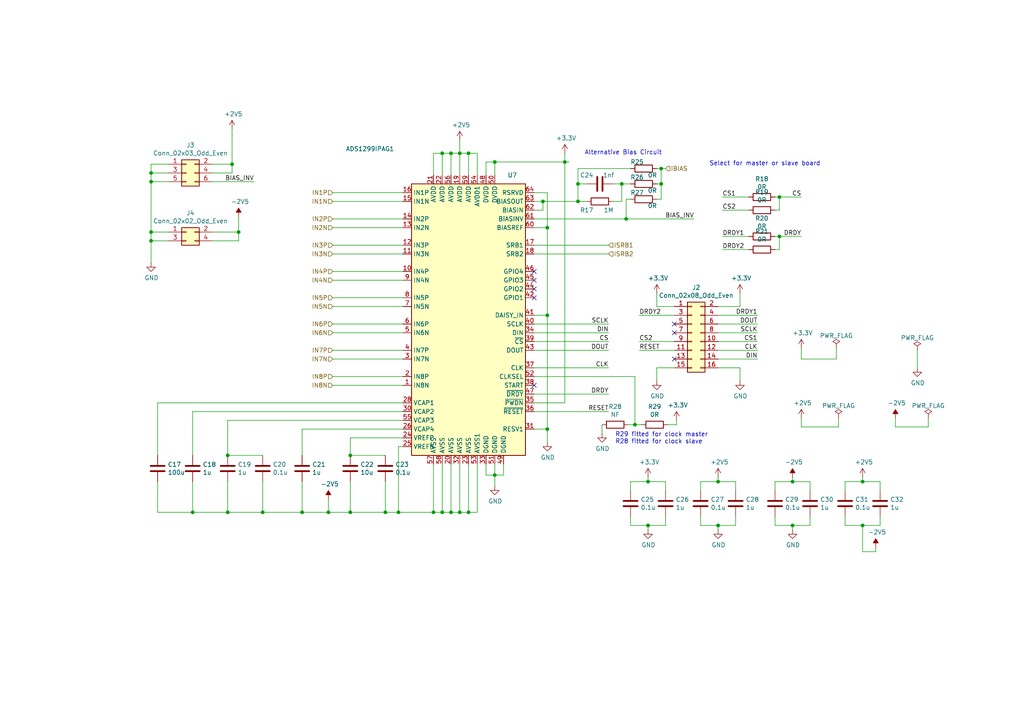
<source format=kicad_sch>
(kicad_sch (version 20230121) (generator eeschema)
  (paper "A4")
  (lib_symbols
    (symbol "Connector_Generic:Conn_02x02_Odd_Even" (pin_names (offset 1.016) hide)
      (property "Reference" "J" (at 1.27 2.54 0))
      (property "Value" "Conn_02x02_Odd_Even" (at 1.27 -5.08 0))
      (symbol "Conn_02x02_Odd_Even_1_1"
        (rectangle (start -1.27 -2.413) (end 0 -2.667) (stroke (width 0.1524)))
        (rectangle (start -1.27 0.127) (end 0 -0.127) (stroke (width 0.1524)))
        (rectangle (start -1.27 1.27) (end 3.81 -3.81) (stroke (width 0.254)) (fill (type background)))
        (rectangle (start 3.81 -2.413) (end 2.54 -2.667) (stroke (width 0.1524)))
        (rectangle (start 3.81 0.127) (end 2.54 -0.127) (stroke (width 0.1524)))
        (pin passive line (at -5.08 0 0) (length 3.81) (name "Pin_1") (number "1"))
        (pin passive line (at 7.62 0 180) (length 3.81) (name "Pin_2") (number "2"))
        (pin passive line (at -5.08 -2.54 0) (length 3.81) (name "Pin_3") (number "3"))
        (pin passive line (at 7.62 -2.54 180) (length 3.81) (name "Pin_4") (number "4"))
      )
    )
    (symbol "Connector_Generic:Conn_02x03_Odd_Even" (pin_names (offset 1.016) hide)
      (property "Reference" "J" (at 1.27 5.08 0))
      (property "Value" "Conn_02x03_Odd_Even" (at 1.27 -5.08 0))
      (symbol "Conn_02x03_Odd_Even_1_1"
        (rectangle (start -1.27 -2.413) (end 0 -2.667) (stroke (width 0.1524)))
        (rectangle (start -1.27 0.127) (end 0 -0.127) (stroke (width 0.1524)))
        (rectangle (start -1.27 2.667) (end 0 2.413) (stroke (width 0.1524)))
        (rectangle (start -1.27 3.81) (end 3.81 -3.81) (stroke (width 0.254)) (fill (type background)))
        (rectangle (start 3.81 -2.413) (end 2.54 -2.667) (stroke (width 0.1524)))
        (rectangle (start 3.81 0.127) (end 2.54 -0.127) (stroke (width 0.1524)))
        (rectangle (start 3.81 2.667) (end 2.54 2.413) (stroke (width 0.1524)))
        (pin passive line (at -5.08 2.54 0) (length 3.81) (name "Pin_1") (number "1"))
        (pin passive line (at 7.62 2.54 180) (length 3.81) (name "Pin_2") (number "2"))
        (pin passive line (at -5.08 0 0) (length 3.81) (name "Pin_3") (number "3"))
        (pin passive line (at 7.62 0 180) (length 3.81) (name "Pin_4") (number "4"))
        (pin passive line (at -5.08 -2.54 0) (length 3.81) (name "Pin_5") (number "5"))
        (pin passive line (at 7.62 -2.54 180) (length 3.81) (name "Pin_6") (number "6"))
      )
    )
    (symbol "Connector_Generic:Conn_02x08_Odd_Even" (pin_names (offset 1.016) hide)
      (property "Reference" "J" (at 1.27 10.16 0))
      (property "Value" "Conn_02x08_Odd_Even" (at 1.27 -12.7 0))
      (symbol "Conn_02x08_Odd_Even_1_1"
        (rectangle (start -1.27 -10.033) (end 0 -10.287) (stroke (width 0.1524)))
        (rectangle (start -1.27 -7.493) (end 0 -7.747) (stroke (width 0.1524)))
        (rectangle (start -1.27 -4.953) (end 0 -5.207) (stroke (width 0.1524)))
        (rectangle (start -1.27 -2.413) (end 0 -2.667) (stroke (width 0.1524)))
        (rectangle (start -1.27 0.127) (end 0 -0.127) (stroke (width 0.1524)))
        (rectangle (start -1.27 2.667) (end 0 2.413) (stroke (width 0.1524)))
        (rectangle (start -1.27 5.207) (end 0 4.953) (stroke (width 0.1524)))
        (rectangle (start -1.27 7.747) (end 0 7.493) (stroke (width 0.1524)))
        (rectangle (start -1.27 8.89) (end 3.81 -11.43) (stroke (width 0.254)) (fill (type background)))
        (rectangle (start 3.81 -10.033) (end 2.54 -10.287) (stroke (width 0.1524)))
        (rectangle (start 3.81 -7.493) (end 2.54 -7.747) (stroke (width 0.1524)))
        (rectangle (start 3.81 -4.953) (end 2.54 -5.207) (stroke (width 0.1524)))
        (rectangle (start 3.81 -2.413) (end 2.54 -2.667) (stroke (width 0.1524)))
        (rectangle (start 3.81 0.127) (end 2.54 -0.127) (stroke (width 0.1524)))
        (rectangle (start 3.81 2.667) (end 2.54 2.413) (stroke (width 0.1524)))
        (rectangle (start 3.81 5.207) (end 2.54 4.953) (stroke (width 0.1524)))
        (rectangle (start 3.81 7.747) (end 2.54 7.493) (stroke (width 0.1524)))
        (pin passive line (at -5.08 7.62 0) (length 3.81) (name "Pin_1") (number "1"))
        (pin passive line (at 7.62 -2.54 180) (length 3.81) (name "Pin_10") (number "10"))
        (pin passive line (at -5.08 -5.08 0) (length 3.81) (name "Pin_11") (number "11"))
        (pin passive line (at 7.62 -5.08 180) (length 3.81) (name "Pin_12") (number "12"))
        (pin passive line (at -5.08 -7.62 0) (length 3.81) (name "Pin_13") (number "13"))
        (pin passive line (at 7.62 -7.62 180) (length 3.81) (name "Pin_14") (number "14"))
        (pin passive line (at -5.08 -10.16 0) (length 3.81) (name "Pin_15") (number "15"))
        (pin passive line (at 7.62 -10.16 180) (length 3.81) (name "Pin_16") (number "16"))
        (pin passive line (at 7.62 7.62 180) (length 3.81) (name "Pin_2") (number "2"))
        (pin passive line (at -5.08 5.08 0) (length 3.81) (name "Pin_3") (number "3"))
        (pin passive line (at 7.62 5.08 180) (length 3.81) (name "Pin_4") (number "4"))
        (pin passive line (at -5.08 2.54 0) (length 3.81) (name "Pin_5") (number "5"))
        (pin passive line (at 7.62 2.54 180) (length 3.81) (name "Pin_6") (number "6"))
        (pin passive line (at -5.08 0 0) (length 3.81) (name "Pin_7") (number "7"))
        (pin passive line (at 7.62 0 180) (length 3.81) (name "Pin_8") (number "8"))
        (pin passive line (at -5.08 -2.54 0) (length 3.81) (name "Pin_9") (number "9"))
      )
    )
    (symbol "Device:C" (pin_numbers hide) (pin_names (offset 0.254))
      (property "Reference" "C" (at 0.635 2.54 0))
      (property "Value" "C" (at 0.635 -2.54 0))
      (symbol "C_0_1"
        (polyline (pts (xy -2.032 -0.762) (xy 2.032 -0.762)) (stroke (width 0.508)))
        (polyline (pts (xy -2.032 0.762) (xy 2.032 0.762)) (stroke (width 0.508)))
      )
      (symbol "C_1_1"
        (pin passive line (at 0 3.81 270) (length 2.794) (name "~") (number "1"))
        (pin passive line (at 0 -3.81 90) (length 2.794) (name "~") (number "2"))
      )
    )
    (symbol "Device:R" (pin_numbers hide) (pin_names (offset 0))
      (property "Reference" "R" (at 2.032 0 90))
      (property "Value" "R" (at 0 0 90))
      (symbol "R_0_1"
        (rectangle (start -1.016 -2.54) (end 1.016 2.54) (stroke (width 0.254)))
      )
      (symbol "R_1_1"
        (pin passive line (at 0 3.81 270) (length 1.27) (name "~") (number "1"))
        (pin passive line (at 0 -3.81 90) (length 1.27) (name "~") (number "2"))
      )
    )
    (symbol "OpenBCI_ESP32:ADS1299IPAG1"
      (property "Reference" "U" (at -16.51 44.45 0))
      (property "Value" "ADS1299IPAG1" (at 7.62 50.8 0))
      (symbol "ADS1299IPAG1_0_1"
        (rectangle (start -17.78 43.18) (end 15.24 -35.56) (stroke (width 0.254)) (fill (type background)))
      )
      (symbol "ADS1299IPAG1_1_1"
        (pin input line (at -20.32 -15.24 0) (length 2.54) (name "IN8N") (number "1"))
        (pin input line (at -20.32 17.78 0) (length 2.54) (name "IN4P") (number "10"))
        (pin input line (at -20.32 22.86 0) (length 2.54) (name "IN3N") (number "11"))
        (pin input line (at -20.32 25.4 0) (length 2.54) (name "IN3P") (number "12"))
        (pin input line (at -20.32 30.48 0) (length 2.54) (name "IN2N") (number "13"))
        (pin input line (at -20.32 33.02 0) (length 2.54) (name "IN2P") (number "14"))
        (pin input line (at -20.32 38.1 0) (length 2.54) (name "IN1N") (number "15"))
        (pin input line (at -20.32 40.64 0) (length 2.54) (name "IN1P") (number "16"))
        (pin bidirectional line (at 17.78 25.4 180) (length 2.54) (name "SRB1") (number "17"))
        (pin bidirectional line (at 17.78 22.86 180) (length 2.54) (name "SRB2") (number "18"))
        (pin power_in line (at -3.81 45.72 270) (length 2.54) (name "AVDD") (number "19"))
        (pin input line (at -20.32 -12.7 0) (length 2.54) (name "IN8P") (number "2"))
        (pin power_in line (at -6.35 -38.1 90) (length 2.54) (name "AVSS") (number "20"))
        (pin power_in line (at -11.43 45.72 270) (length 2.54) (name "AVDD") (number "21"))
        (pin power_in line (at -8.89 45.72 270) (length 2.54) (name "AVDD") (number "22"))
        (pin power_in line (at -1.27 -38.1 90) (length 2.54) (name "AVSS") (number "23"))
        (pin passive line (at -20.32 -30.48 0) (length 2.54) (name "VREFP") (number "24"))
        (pin passive line (at -20.32 -33.02 0) (length 2.54) (name "VREFN") (number "25"))
        (pin passive line (at -20.32 -27.94 0) (length 2.54) (name "VCAP4") (number "26"))
        (pin no_connect line (at 15.24 -30.48 180) (length 2.54) hide (name "NC") (number "27"))
        (pin passive line (at -20.32 -20.32 0) (length 2.54) (name "VCAP1") (number "28"))
        (pin no_connect line (at 15.24 -33.02 180) (length 2.54) hide (name "NC") (number "29"))
        (pin input line (at -20.32 -7.62 0) (length 2.54) (name "IN7N") (number "3"))
        (pin passive line (at -20.32 -22.86 0) (length 2.54) (name "VCAP2") (number "30"))
        (pin input line (at 17.78 -27.94 180) (length 2.54) (name "RESV1") (number "31"))
        (pin power_in line (at -3.81 -38.1 90) (length 2.54) (name "AVSS") (number "32"))
        (pin power_in line (at 3.81 -38.1 90) (length 2.54) (name "DGND") (number "33"))
        (pin input line (at 17.78 0 180) (length 2.54) (name "DIN") (number "34"))
        (pin input line (at 17.78 -20.32 180) (length 2.54) (name "~{PWDN}") (number "35"))
        (pin input line (at 17.78 -22.86 180) (length 2.54) (name "~{RESET}") (number "36"))
        (pin bidirectional line (at 17.78 -10.16 180) (length 2.54) (name "CLK") (number "37"))
        (pin input line (at 17.78 -15.24 180) (length 2.54) (name "START") (number "38"))
        (pin input line (at 17.78 -2.54 180) (length 2.54) (name "~{CS}") (number "39"))
        (pin input line (at -20.32 -5.08 0) (length 2.54) (name "IN7P") (number "4"))
        (pin input line (at 17.78 2.54 180) (length 2.54) (name "SCLK") (number "40"))
        (pin input line (at 17.78 5.08 180) (length 2.54) (name "DAISY_IN") (number "41"))
        (pin bidirectional line (at 17.78 10.16 180) (length 2.54) (name "GPIO1") (number "42"))
        (pin output line (at 17.78 -5.08 180) (length 2.54) (name "DOUT") (number "43"))
        (pin bidirectional line (at 17.78 12.7 180) (length 2.54) (name "GPIO2") (number "44"))
        (pin bidirectional line (at 17.78 15.24 180) (length 2.54) (name "GPIO3") (number "45"))
        (pin bidirectional line (at 17.78 17.78 180) (length 2.54) (name "GPIO4") (number "46"))
        (pin output line (at 17.78 -17.78 180) (length 2.54) (name "~{DRDY}") (number "47"))
        (pin power_in line (at 3.81 45.72 270) (length 2.54) (name "DVDD") (number "48"))
        (pin power_in line (at 8.89 -38.1 90) (length 2.54) (name "DGND") (number "49"))
        (pin input line (at -20.32 0 0) (length 2.54) (name "IN6N") (number "5"))
        (pin power_in line (at 6.35 45.72 270) (length 2.54) (name "DVDD") (number "50"))
        (pin power_in line (at 6.35 -38.1 90) (length 2.54) (name "DGND") (number "51"))
        (pin input line (at 17.78 -12.7 180) (length 2.54) (name "CLKSEL") (number "52"))
        (pin power_in line (at 1.27 -38.1 90) (length 2.54) (name "AVSS1") (number "53"))
        (pin power_in line (at 1.27 45.72 270) (length 2.54) (name "AVDD1") (number "54"))
        (pin passive line (at -20.32 -25.4 0) (length 2.54) (name "VCAP3") (number "55"))
        (pin power_in line (at -6.35 45.72 270) (length 2.54) (name "AVDD") (number "56"))
        (pin power_in line (at -11.43 -38.1 90) (length 2.54) (name "AVSS") (number "57"))
        (pin power_in line (at -8.89 -38.1 90) (length 2.54) (name "AVSS") (number "58"))
        (pin power_in line (at -1.27 45.72 270) (length 2.54) (name "AVDD") (number "59"))
        (pin input line (at -20.32 2.54 0) (length 2.54) (name "IN6P") (number "6"))
        (pin input line (at 17.78 30.48 180) (length 2.54) (name "BIASREF") (number "60"))
        (pin input line (at 17.78 33.02 180) (length 2.54) (name "BiASINV") (number "61"))
        (pin input line (at 17.78 35.56 180) (length 2.54) (name "BIASIN") (number "62"))
        (pin output line (at 17.78 38.1 180) (length 2.54) (name "BIASOUT") (number "63"))
        (pin input line (at 17.78 40.64 180) (length 2.54) (name "RSRVD") (number "64"))
        (pin input line (at -20.32 7.62 0) (length 2.54) (name "IN5N") (number "7"))
        (pin input line (at -20.32 10.16 0) (length 2.54) (name "IN5P") (number "8"))
        (pin input line (at -20.32 15.24 0) (length 2.54) (name "IN4N") (number "9"))
      )
    )
    (symbol "power:+2V5" (power) (pin_names (offset 0))
      (property "Value" "+2V5" (at 0 3.556 0))
      (symbol "+2V5_0_1"
        (polyline (pts (xy -0.762 1.27) (xy 0 2.54)))
        (polyline (pts (xy 0 0) (xy 0 2.54)))
        (polyline (pts (xy 0 2.54) (xy 0.762 1.27)))
      )
      (symbol "+2V5_1_1"
        (pin power_in line (at 0 0 90) (length 0) hide (name "+2V5") (number "1"))
      )
    )
    (symbol "power:+3.3V" (power) (pin_names (offset 0))
      (property "Value" "+3.3V" (at 0 3.556 0))
      (symbol "+3.3V_0_1"
        (polyline (pts (xy -0.762 1.27) (xy 0 2.54)))
        (polyline (pts (xy 0 0) (xy 0 2.54)))
        (polyline (pts (xy 0 2.54) (xy 0.762 1.27)))
      )
      (symbol "+3.3V_1_1"
        (pin power_in line (at 0 0 90) (length 0) hide (name "+3.3V") (number "1"))
      )
    )
    (symbol "power:-2V5" (power) (pin_names (offset 0))
      (property "Value" "-2V5" (at 0 3.81 0))
      (symbol "-2V5_0_0"
        (pin power_in line (at 0 0 90) (length 0) hide (name "-2V5") (number "1"))
      )
      (symbol "-2V5_0_1"
        (polyline (pts (xy 0 0) (xy 0 1.27) (xy 0.762 1.27) (xy 0 2.54) (xy -0.762 1.27) (xy 0 1.27)) (fill (type outline)))
      )
    )
    (symbol "power:GND" (power) (pin_names (offset 0))
      (property "Value" "GND" (at 0 -3.81 0))
      (symbol "GND_0_1"
        (polyline (pts (xy 0 0) (xy 0 -1.27) (xy 1.27 -1.27) (xy 0 -2.54) (xy -1.27 -1.27) (xy 0 -1.27)))
      )
      (symbol "GND_1_1"
        (pin power_in line (at 0 0 270) (length 0) hide (name "GND") (number "1"))
      )
    )
    (symbol "power:PWR_FLAG" (power) (pin_numbers hide) (pin_names (offset 0) hide)
      (property "Value" "PWR_FLAG" (at 0 3.81 0))
      (symbol "PWR_FLAG_0_0"
        (pin power_out line (at 0 0 90) (length 0) (name "pwr") (number "1"))
      )
      (symbol "PWR_FLAG_0_1"
        (polyline (pts (xy 0 0) (xy 0 1.27) (xy -1.016 1.905) (xy 0 2.54) (xy 1.016 1.905) (xy 0 1.27)))
      )
    )
  )
  (junction (at 158.75 124.46))
  (junction (at 143.51 137.795))
  (junction (at 208.28 152.4))
  (junction (at 111.76 148.59))
  (junction (at 163.83 46.99))
  (junction (at 167.64 53.34))
  (junction (at 158.75 91.44))
  (junction (at 226.06 57.15))
  (junction (at 87.63 148.59))
  (junction (at 67.31 47.625))
  (junction (at 133.35 148.59))
  (junction (at 143.51 46.99))
  (junction (at 184.15 123.19))
  (junction (at 130.81 148.59))
  (junction (at 69.215 67.31))
  (junction (at 250.19 152.4))
  (junction (at 43.815 50.165))
  (junction (at 55.88 148.59))
  (junction (at 43.815 52.705))
  (junction (at 128.27 44.45))
  (junction (at 167.64 58.42))
  (junction (at 229.87 152.4))
  (junction (at 135.89 44.45))
  (junction (at 43.815 67.31))
  (junction (at 187.96 139.7))
  (junction (at 66.04 132.08))
  (junction (at 125.73 148.59))
  (junction (at 226.06 68.58))
  (junction (at 128.27 148.59))
  (junction (at 250.19 139.7))
  (junction (at 76.2 148.59))
  (junction (at 191.77 53.34))
  (junction (at 66.04 148.59))
  (junction (at 158.75 66.04))
  (junction (at 133.35 44.45))
  (junction (at 208.28 139.7))
  (junction (at 180.34 53.34))
  (junction (at 95.25 148.59))
  (junction (at 191.77 48.895))
  (junction (at 130.81 44.45))
  (junction (at 187.96 152.4))
  (junction (at 101.6 148.59))
  (junction (at 181.61 63.5))
  (junction (at 43.815 69.85))
  (junction (at 101.6 132.08))
  (junction (at 157.48 58.42))
  (junction (at 115.57 148.59))
  (junction (at 135.89 148.59))
  (junction (at 229.87 139.7))
  (no_connect (at 154.94 83.82))
  (no_connect (at 154.94 81.28))
  (no_connect (at 195.58 93.98))
  (no_connect (at 195.58 96.52))
  (no_connect (at 195.58 104.14))
  (no_connect (at 154.94 78.74))
  (no_connect (at 154.94 86.36))
  (no_connect (at 154.94 111.76))
  (wire (pts (xy 116.84 66.04) (xy 96.52 66.04)))
  (wire (pts (xy 203.2 152.4) (xy 208.28 152.4)))
  (wire (pts (xy 193.04 152.4) (xy 193.04 149.86)))
  (wire (pts (xy 234.95 139.7) (xy 234.95 142.24)))
  (wire (pts (xy 214.63 88.9) (xy 214.63 85.09)))
  (wire (pts (xy 255.27 152.4) (xy 255.27 149.86)))
  (wire (pts (xy 234.95 152.4) (xy 234.95 149.86)))
  (wire (pts (xy 208.28 152.4) (xy 208.28 153.67)))
  (wire (pts (xy 45.72 116.84) (xy 45.72 132.08)))
  (wire (pts (xy 43.815 67.31) (xy 43.815 69.85)))
  (wire (pts (xy 195.58 106.68) (xy 190.5 106.68)))
  (wire (pts (xy 133.35 40.64) (xy 133.35 44.45)))
  (wire (pts (xy 229.87 152.4) (xy 234.95 152.4)))
  (wire (pts (xy 76.2 148.59) (xy 87.63 148.59)))
  (wire (pts (xy 154.94 119.38) (xy 176.53 119.38)))
  (wire (pts (xy 154.94 96.52) (xy 176.53 96.52)))
  (wire (pts (xy 217.17 60.96) (xy 209.55 60.96)))
  (wire (pts (xy 140.97 46.99) (xy 143.51 46.99)))
  (wire (pts (xy 208.28 88.9) (xy 214.63 88.9)))
  (wire (pts (xy 208.28 101.6) (xy 219.71 101.6)))
  (wire (pts (xy 226.06 60.96) (xy 226.06 57.15)))
  (wire (pts (xy 191.77 53.34) (xy 191.77 48.895)))
  (wire (pts (xy 61.595 47.625) (xy 67.31 47.625)))
  (wire (pts (xy 143.51 137.795) (xy 146.05 137.795)))
  (wire (pts (xy 208.28 106.68) (xy 214.63 106.68)))
  (wire (pts (xy 208.28 93.98) (xy 219.71 93.98)))
  (wire (pts (xy 43.815 50.165) (xy 43.815 52.705)))
  (wire (pts (xy 116.84 58.42) (xy 96.52 58.42)))
  (wire (pts (xy 208.28 152.4) (xy 213.36 152.4)))
  (wire (pts (xy 224.79 60.96) (xy 226.06 60.96)))
  (wire (pts (xy 128.27 44.45) (xy 128.27 50.8)))
  (wire (pts (xy 214.63 106.68) (xy 214.63 110.49)))
  (wire (pts (xy 116.84 73.66) (xy 96.52 73.66)))
  (wire (pts (xy 196.215 123.19) (xy 196.215 121.92)))
  (wire (pts (xy 43.815 47.625) (xy 48.895 47.625)))
  (wire (pts (xy 48.895 67.31) (xy 43.815 67.31)))
  (wire (pts (xy 157.48 58.42) (xy 157.48 60.96)))
  (wire (pts (xy 182.88 53.34) (xy 180.34 53.34)))
  (wire (pts (xy 182.88 142.24) (xy 182.88 139.7)))
  (wire (pts (xy 167.64 53.34) (xy 167.64 58.42)))
  (wire (pts (xy 154.94 114.3) (xy 176.53 114.3)))
  (wire (pts (xy 87.63 124.46) (xy 87.63 132.08)))
  (wire (pts (xy 154.94 109.22) (xy 184.15 109.22)))
  (wire (pts (xy 208.28 99.06) (xy 219.71 99.06)))
  (wire (pts (xy 115.57 148.59) (xy 125.73 148.59)))
  (wire (pts (xy 115.57 129.54) (xy 115.57 148.59)))
  (wire (pts (xy 143.51 46.99) (xy 163.83 46.99)))
  (wire (pts (xy 116.84 78.74) (xy 96.52 78.74)))
  (wire (pts (xy 66.04 148.59) (xy 76.2 148.59)))
  (wire (pts (xy 87.63 148.59) (xy 95.25 148.59)))
  (wire (pts (xy 130.81 148.59) (xy 133.35 148.59)))
  (wire (pts (xy 158.75 124.46) (xy 158.75 128.27)))
  (wire (pts (xy 226.06 57.15) (xy 232.41 57.15)))
  (wire (pts (xy 154.94 116.84) (xy 163.83 116.84)))
  (wire (pts (xy 154.94 106.68) (xy 176.53 106.68)))
  (wire (pts (xy 133.35 148.59) (xy 135.89 148.59)))
  (wire (pts (xy 213.36 152.4) (xy 213.36 149.86)))
  (wire (pts (xy 140.97 137.795) (xy 143.51 137.795)))
  (wire (pts (xy 250.19 139.7) (xy 255.27 139.7)))
  (wire (pts (xy 116.84 121.92) (xy 66.04 121.92)))
  (wire (pts (xy 224.79 57.15) (xy 226.06 57.15)))
  (wire (pts (xy 203.2 142.24) (xy 203.2 139.7)))
  (wire (pts (xy 130.81 50.8) (xy 130.81 44.45)))
  (wire (pts (xy 61.595 67.31) (xy 69.215 67.31)))
  (wire (pts (xy 101.6 127) (xy 101.6 132.08)))
  (wire (pts (xy 116.84 124.46) (xy 87.63 124.46)))
  (wire (pts (xy 154.94 58.42) (xy 157.48 58.42)))
  (wire (pts (xy 154.94 73.66) (xy 176.53 73.66)))
  (wire (pts (xy 128.27 134.62) (xy 128.27 148.59)))
  (wire (pts (xy 163.83 46.99) (xy 163.83 116.84)))
  (wire (pts (xy 184.15 123.19) (xy 186.055 123.19)))
  (wire (pts (xy 167.64 48.895) (xy 167.64 53.34)))
  (wire (pts (xy 180.34 53.34) (xy 180.34 58.42)))
  (wire (pts (xy 170.18 53.34) (xy 167.64 53.34)))
  (wire (pts (xy 101.6 139.7) (xy 101.6 148.59)))
  (wire (pts (xy 182.88 48.895) (xy 167.64 48.895)))
  (wire (pts (xy 154.94 101.6) (xy 176.53 101.6)))
  (wire (pts (xy 232.41 123.825) (xy 243.205 123.825)))
  (wire (pts (xy 182.245 123.19) (xy 184.15 123.19)))
  (wire (pts (xy 259.715 123.825) (xy 269.24 123.825)))
  (wire (pts (xy 174.625 123.19) (xy 174.625 125.73)))
  (wire (pts (xy 87.63 139.7) (xy 87.63 148.59)))
  (wire (pts (xy 130.81 44.45) (xy 128.27 44.45)))
  (wire (pts (xy 182.88 152.4) (xy 187.96 152.4)))
  (wire (pts (xy 111.76 148.59) (xy 115.57 148.59)))
  (wire (pts (xy 48.895 50.165) (xy 43.815 50.165)))
  (wire (pts (xy 116.84 109.22) (xy 96.52 109.22)))
  (wire (pts (xy 125.73 134.62) (xy 125.73 148.59)))
  (wire (pts (xy 167.64 58.42) (xy 170.18 58.42)))
  (wire (pts (xy 116.84 119.38) (xy 55.88 119.38)))
  (wire (pts (xy 158.75 55.88) (xy 158.75 66.04)))
  (wire (pts (xy 208.28 96.52) (xy 219.71 96.52)))
  (wire (pts (xy 66.04 139.7) (xy 66.04 148.59)))
  (wire (pts (xy 143.51 137.795) (xy 143.51 140.97)))
  (wire (pts (xy 213.36 139.7) (xy 213.36 142.24)))
  (wire (pts (xy 177.8 53.34) (xy 180.34 53.34)))
  (wire (pts (xy 217.17 72.39) (xy 209.55 72.39)))
  (wire (pts (xy 143.51 50.8) (xy 143.51 46.99)))
  (wire (pts (xy 116.84 63.5) (xy 96.52 63.5)))
  (wire (pts (xy 181.61 63.5) (xy 201.295 63.5)))
  (wire (pts (xy 116.84 111.76) (xy 96.52 111.76)))
  (wire (pts (xy 158.75 66.04) (xy 158.75 91.44)))
  (wire (pts (xy 224.79 139.7) (xy 229.87 139.7)))
  (wire (pts (xy 250.19 139.7) (xy 250.19 138.43)))
  (wire (pts (xy 125.73 148.59) (xy 128.27 148.59)))
  (wire (pts (xy 43.815 47.625) (xy 43.815 50.165)))
  (wire (pts (xy 55.88 119.38) (xy 55.88 132.08)))
  (wire (pts (xy 208.28 104.14) (xy 219.71 104.14)))
  (wire (pts (xy 140.97 134.62) (xy 140.97 137.795)))
  (wire (pts (xy 232.41 104.14) (xy 242.57 104.14)))
  (wire (pts (xy 165.1 46.99) (xy 163.83 46.99)))
  (wire (pts (xy 116.84 116.84) (xy 45.72 116.84)))
  (wire (pts (xy 138.43 50.8) (xy 138.43 44.45)))
  (wire (pts (xy 116.84 104.14) (xy 96.52 104.14)))
  (wire (pts (xy 190.5 88.9) (xy 195.58 88.9)))
  (wire (pts (xy 158.75 91.44) (xy 158.75 124.46)))
  (wire (pts (xy 138.43 134.62) (xy 138.43 148.59)))
  (wire (pts (xy 226.06 72.39) (xy 226.06 68.58)))
  (wire (pts (xy 184.15 109.22) (xy 184.15 123.19)))
  (wire (pts (xy 69.215 67.31) (xy 69.215 62.865)))
  (wire (pts (xy 116.84 96.52) (xy 96.52 96.52)))
  (wire (pts (xy 146.05 137.795) (xy 146.05 134.62)))
  (wire (pts (xy 217.17 57.15) (xy 209.55 57.15)))
  (wire (pts (xy 55.88 139.7) (xy 55.88 148.59)))
  (wire (pts (xy 208.28 139.7) (xy 208.28 138.43)))
  (wire (pts (xy 190.5 57.785) (xy 191.77 57.785)))
  (wire (pts (xy 193.04 139.7) (xy 193.04 142.24)))
  (wire (pts (xy 116.84 101.6) (xy 96.52 101.6)))
  (wire (pts (xy 76.2 132.08) (xy 66.04 132.08)))
  (wire (pts (xy 116.84 86.36) (xy 96.52 86.36)))
  (wire (pts (xy 61.595 50.165) (xy 67.31 50.165)))
  (wire (pts (xy 140.97 50.8) (xy 140.97 46.99)))
  (wire (pts (xy 182.88 57.785) (xy 181.61 57.785)))
  (wire (pts (xy 154.94 124.46) (xy 158.75 124.46)))
  (wire (pts (xy 187.96 139.7) (xy 187.96 138.43)))
  (wire (pts (xy 254 160.02) (xy 250.19 160.02)))
  (wire (pts (xy 45.72 148.59) (xy 55.88 148.59)))
  (wire (pts (xy 55.88 148.59) (xy 66.04 148.59)))
  (wire (pts (xy 66.04 121.92) (xy 66.04 132.08)))
  (wire (pts (xy 154.94 91.44) (xy 158.75 91.44)))
  (wire (pts (xy 250.19 152.4) (xy 250.19 160.02)))
  (wire (pts (xy 269.24 123.825) (xy 269.24 121.285)))
  (wire (pts (xy 191.77 48.895) (xy 193.04 48.895)))
  (wire (pts (xy 101.6 148.59) (xy 111.76 148.59)))
  (wire (pts (xy 157.48 58.42) (xy 167.64 58.42)))
  (wire (pts (xy 182.88 139.7) (xy 187.96 139.7)))
  (wire (pts (xy 154.94 55.88) (xy 158.75 55.88)))
  (wire (pts (xy 203.2 139.7) (xy 208.28 139.7)))
  (wire (pts (xy 217.17 68.58) (xy 209.55 68.58)))
  (wire (pts (xy 143.51 134.62) (xy 143.51 137.795)))
  (wire (pts (xy 154.94 93.98) (xy 176.53 93.98)))
  (wire (pts (xy 61.595 52.705) (xy 73.66 52.705)))
  (wire (pts (xy 224.79 68.58) (xy 226.06 68.58)))
  (wire (pts (xy 43.815 69.85) (xy 43.815 76.2)))
  (wire (pts (xy 76.2 139.7) (xy 76.2 148.59)))
  (wire (pts (xy 130.81 44.45) (xy 133.35 44.45)))
  (wire (pts (xy 190.5 53.34) (xy 191.77 53.34)))
  (wire (pts (xy 115.57 129.54) (xy 116.84 129.54)))
  (wire (pts (xy 243.205 123.825) (xy 243.205 121.285)))
  (wire (pts (xy 157.48 60.96) (xy 154.94 60.96)))
  (wire (pts (xy 191.77 57.785) (xy 191.77 53.34)))
  (wire (pts (xy 224.79 72.39) (xy 226.06 72.39)))
  (wire (pts (xy 67.31 50.165) (xy 67.31 47.625)))
  (wire (pts (xy 130.81 148.59) (xy 130.81 134.62)))
  (wire (pts (xy 133.35 44.45) (xy 135.89 44.45)))
  (wire (pts (xy 245.11 142.24) (xy 245.11 139.7)))
  (wire (pts (xy 116.84 81.28) (xy 96.52 81.28)))
  (wire (pts (xy 255.27 139.7) (xy 255.27 142.24)))
  (wire (pts (xy 266.065 101.6) (xy 266.065 106.68)))
  (wire (pts (xy 67.31 47.625) (xy 67.31 37.465)))
  (wire (pts (xy 187.96 152.4) (xy 187.96 153.67)))
  (wire (pts (xy 224.79 142.24) (xy 224.79 139.7)))
  (wire (pts (xy 43.815 52.705) (xy 48.895 52.705)))
  (wire (pts (xy 190.5 106.68) (xy 190.5 110.49)))
  (wire (pts (xy 250.19 152.4) (xy 255.27 152.4)))
  (wire (pts (xy 138.43 148.59) (xy 135.89 148.59)))
  (wire (pts (xy 154.94 71.12) (xy 176.53 71.12)))
  (wire (pts (xy 135.89 50.8) (xy 135.89 44.45)))
  (wire (pts (xy 229.87 152.4) (xy 229.87 153.67)))
  (wire (pts (xy 259.715 121.285) (xy 259.715 123.825)))
  (wire (pts (xy 61.595 69.85) (xy 69.215 69.85)))
  (wire (pts (xy 195.58 99.06) (xy 185.42 99.06)))
  (wire (pts (xy 177.8 58.42) (xy 180.34 58.42)))
  (wire (pts (xy 195.58 101.6) (xy 185.42 101.6)))
  (wire (pts (xy 95.25 144.78) (xy 95.25 148.59)))
  (wire (pts (xy 154.94 66.04) (xy 158.75 66.04)))
  (wire (pts (xy 43.815 52.705) (xy 43.815 67.31)))
  (wire (pts (xy 193.675 123.19) (xy 196.215 123.19)))
  (wire (pts (xy 163.83 46.99) (xy 163.83 44.45)))
  (wire (pts (xy 116.84 127) (xy 101.6 127)))
  (wire (pts (xy 187.96 139.7) (xy 193.04 139.7)))
  (wire (pts (xy 48.895 69.85) (xy 43.815 69.85)))
  (wire (pts (xy 191.77 48.895) (xy 190.5 48.895)))
  (wire (pts (xy 245.11 152.4) (xy 250.19 152.4)))
  (wire (pts (xy 224.79 149.86) (xy 224.79 152.4)))
  (wire (pts (xy 245.11 149.86) (xy 245.11 152.4)))
  (wire (pts (xy 232.41 121.285) (xy 232.41 123.825)))
  (wire (pts (xy 245.11 139.7) (xy 250.19 139.7)))
  (wire (pts (xy 154.94 99.06) (xy 176.53 99.06)))
  (wire (pts (xy 224.79 152.4) (xy 229.87 152.4)))
  (wire (pts (xy 208.28 91.44) (xy 219.71 91.44)))
  (wire (pts (xy 133.35 44.45) (xy 133.35 50.8)))
  (wire (pts (xy 69.215 69.85) (xy 69.215 67.31)))
  (wire (pts (xy 95.25 148.59) (xy 101.6 148.59)))
  (wire (pts (xy 232.41 100.965) (xy 232.41 104.14)))
  (wire (pts (xy 187.96 152.4) (xy 193.04 152.4)))
  (wire (pts (xy 203.2 149.86) (xy 203.2 152.4)))
  (wire (pts (xy 229.87 139.7) (xy 234.95 139.7)))
  (wire (pts (xy 154.94 63.5) (xy 181.61 63.5)))
  (wire (pts (xy 242.57 104.14) (xy 242.57 100.965)))
  (wire (pts (xy 125.73 50.8) (xy 125.73 44.45)))
  (wire (pts (xy 226.06 68.58) (xy 232.41 68.58)))
  (wire (pts (xy 116.84 55.88) (xy 96.52 55.88)))
  (wire (pts (xy 229.87 139.7) (xy 229.87 138.43)))
  (wire (pts (xy 182.88 149.86) (xy 182.88 152.4)))
  (wire (pts (xy 128.27 148.59) (xy 130.81 148.59)))
  (wire (pts (xy 116.84 93.98) (xy 96.52 93.98)))
  (wire (pts (xy 135.89 148.59) (xy 135.89 134.62)))
  (wire (pts (xy 208.28 139.7) (xy 213.36 139.7)))
  (wire (pts (xy 254 158.75) (xy 254 160.02)))
  (wire (pts (xy 111.76 139.7) (xy 111.76 148.59)))
  (wire (pts (xy 181.61 57.785) (xy 181.61 63.5)))
  (wire (pts (xy 111.76 132.08) (xy 101.6 132.08)))
  (wire (pts (xy 133.35 134.62) (xy 133.35 148.59)))
  (wire (pts (xy 45.72 139.7) (xy 45.72 148.59)))
  (wire (pts (xy 125.73 44.45) (xy 128.27 44.45)))
  (wire (pts (xy 138.43 44.45) (xy 135.89 44.45)))
  (wire (pts (xy 190.5 85.09) (xy 190.5 88.9)))
  (wire (pts (xy 116.84 71.12) (xy 96.52 71.12)))
  (wire (pts (xy 195.58 91.44) (xy 185.42 91.44)))
  (wire (pts (xy 116.84 88.9) (xy 96.52 88.9)))
  (text "R29 fitted for clock master\nR28 fitted for clock slave" (at 178.435 128.905 0) (effects (font (size 1.27 1.27)) (justify left bottom)))
  (text "Select for master or slave board" (at 205.74 48.26 0) (effects (font (size 1.27 1.27)) (justify left bottom)))
  (text "Alternative Bias Circuit" (at 169.545 45.085 0) (effects (font (size 1.27 1.27)) (justify left bottom)))
  (label "CLK" (at 176.53 106.68 180))
  (label "CS1" (at 209.55 57.15 0))
  (label "RESET" (at 185.42 101.6 0))
  (label "SCLK" (at 219.71 96.52 180))
  (label "BIAS_INV" (at 201.295 63.5 180))
  (label "DRDY" (at 176.53 114.3 180))
  (label "SCLK" (at 176.53 93.98 180))
  (label "CLK" (at 219.71 101.6 180))
  (label "DIN" (at 176.53 96.52 180))
  (label "DRDY1" (at 219.71 91.44 180))
  (label "BIAS_INV" (at 73.66 52.705 180))
  (label "CS" (at 176.53 99.06 180))
  (label "DIN" (at 219.71 104.14 180))
  (label "CS2" (at 209.55 60.96 0))
  (label "DRDY1" (at 209.55 68.58 0))
  (label "DRDY2" (at 209.55 72.39 0))
  (label "DRDY" (at 232.41 68.58 180))
  (label "CS1" (at 219.71 99.06 180))
  (label "CS" (at 232.41 57.15 180))
  (label "DRDY2" (at 185.42 91.44 0))
  (label "CS2" (at 185.42 99.06 0))
  (label "RESET" (at 176.53 119.38 180))
  (label "DOUT" (at 219.71 93.98 180))
  (label "DOUT" (at 176.53 101.6 180))
  (hierarchical_label "IN2P" (shape input) (at 96.52 63.5 180))
  (hierarchical_label "IN5P" (shape input) (at 96.52 86.36 180))
  (hierarchical_label "IN6N" (shape input) (at 96.52 96.52 180))
  (hierarchical_label "IN2N" (shape input) (at 96.52 66.04 180))
  (hierarchical_label "IN7P" (shape input) (at 96.52 101.6 180))
  (hierarchical_label "IN3N" (shape input) (at 96.52 73.66 180))
  (hierarchical_label "ISRB1" (shape input) (at 176.53 71.12 0))
  (hierarchical_label "IN8P" (shape input) (at 96.52 109.22 180))
  (hierarchical_label "IN5N" (shape input) (at 96.52 88.9 180))
  (hierarchical_label "IN3P" (shape input) (at 96.52 71.12 180))
  (hierarchical_label "IN6P" (shape input) (at 96.52 93.98 180))
  (hierarchical_label "IN1N" (shape input) (at 96.52 58.42 180))
  (hierarchical_label "IN4N" (shape input) (at 96.52 81.28 180))
  (hierarchical_label "IN8N" (shape input) (at 96.52 111.76 180))
  (hierarchical_label "ISRB2" (shape input) (at 176.53 73.66 0))
  (hierarchical_label "IN7N" (shape input) (at 96.52 104.14 180))
  (hierarchical_label "IBIAS" (shape input) (at 193.04 48.895 0))
  (hierarchical_label "IN4P" (shape input) (at 96.52 78.74 180))
  (hierarchical_label "IN1P" (shape input) (at 96.52 55.88 180))
  (symbol (lib_id "OpenBCI_ESP32:ADS1299IPAG1") (at 137.16 96.52 0) (unit 1)
    (property "Reference" "U7" (at 148.59 50.8 0))
    (property "Value" "ADS1299IPAG1" (at 107.315 43.18 0))
    (property "Footprint" "Package_QFP:TQFP-64_10x10mm_P0.5mm" (effects hide))
    (property "Datasheet" "http://www.ti.com/lit/ds/symlink/ads1299.pdf" (effects hide))
  )
  (symbol (lib_id "Device:C") (at 182.88 146.05 0) (unit 1)
    (property "Reference" "C25" (at 185.801 144.8816 0) (effects (justify left)))
    (property "Value" "0.1u" (at 185.801 147.193 0) (effects (justify left)))
    (property "Footprint" "Capacitor_SMD:C_0603_1608Metric" (effects hide))
  )
  (symbol (lib_id "Device:C") (at 193.04 146.05 0) (unit 1)
    (property "Reference" "C26" (at 195.961 144.8816 0) (effects (justify left)))
    (property "Value" "1u" (at 195.961 147.193 0) (effects (justify left)))
    (property "Footprint" "Capacitor_SMD:C_0603_1608Metric" (effects hide))
  )
  (symbol (lib_id "Device:C") (at 173.99 53.34 90) (unit 1)
    (property "Reference" "C24" (at 170.18 50.8 90))
    (property "Value" "1nf" (at 176.53 50.8 90))
    (property "Footprint" "Capacitor_SMD:C_0603_1608Metric" (effects hide))
  )
  (symbol (lib_id "Device:R") (at 173.99 58.42 90) (unit 1)
    (property "Reference" "R17" (at 170.18 60.96 90))
    (property "Value" "1M" (at 176.53 60.96 90))
    (property "Footprint" "Resistor_SMD:R_0603_1608Metric" (effects hide))
  )
  (symbol (lib_id "Device:C") (at 101.6 135.89 0) (unit 1)
    (property "Reference" "C22" (at 104.521 134.7216 0) (effects (justify left)))
    (property "Value" "10u" (at 104.521 137.033 0) (effects (justify left)))
    (property "Footprint" "Capacitor_SMD:C_0805_2012Metric" (effects hide))
  )
  (symbol (lib_id "Device:C") (at 111.76 135.89 0) (unit 1)
    (property "Reference" "C23" (at 114.681 134.7216 0) (effects (justify left)))
    (property "Value" "0.1u" (at 114.681 137.033 0) (effects (justify left)))
    (property "Footprint" "Capacitor_SMD:C_0603_1608Metric" (effects hide))
  )
  (symbol (lib_id "Device:C") (at 87.63 135.89 0) (unit 1)
    (property "Reference" "C21" (at 90.551 134.7216 0) (effects (justify left)))
    (property "Value" "1u" (at 90.551 137.033 0) (effects (justify left)))
    (property "Footprint" "Capacitor_SMD:C_0603_1608Metric" (effects hide))
  )
  (symbol (lib_id "power:-2V5") (at 95.25 144.78 0) (unit 1)
    (property "Reference" "#PWR010" (effects hide))
    (property "Value" "-2V5" (at 95.631 140.3858 0))
  )
  (symbol (lib_id "Device:C") (at 66.04 135.89 0) (unit 1)
    (property "Reference" "C19" (at 68.961 134.7216 0) (effects (justify left)))
    (property "Value" "1u" (at 68.961 137.033 0) (effects (justify left)))
    (property "Footprint" "Capacitor_SMD:C_0603_1608Metric" (effects hide))
  )
  (symbol (lib_id "Device:C") (at 76.2 135.89 0) (unit 1)
    (property "Reference" "C20" (at 79.121 134.7216 0) (effects (justify left)))
    (property "Value" "0.1u" (at 79.121 137.033 0) (effects (justify left)))
    (property "Footprint" "Capacitor_SMD:C_0603_1608Metric" (effects hide))
  )
  (symbol (lib_id "Device:C") (at 55.88 135.89 0) (unit 1)
    (property "Reference" "C18" (at 58.801 134.7216 0) (effects (justify left)))
    (property "Value" "1u" (at 58.801 137.033 0) (effects (justify left)))
    (property "Footprint" "Capacitor_SMD:C_0603_1608Metric" (effects hide))
  )
  (symbol (lib_id "Device:C") (at 45.72 135.89 0) (unit 1)
    (property "Reference" "C17" (at 48.641 134.7216 0) (effects (justify left)))
    (property "Value" "100u" (at 48.641 137.033 0) (effects (justify left)))
    (property "Footprint" "Capacitor_SMD:C_1210_3225Metric" (effects hide))
  )
  (symbol (lib_id "power:+2V5") (at 133.35 40.64 0) (unit 1)
    (property "Reference" "#PWR011" (effects hide))
    (property "Value" "+2V5" (at 133.731 36.2458 0))
  )
  (symbol (lib_id "Connector_Generic:Conn_02x02_Odd_Even") (at 53.975 67.31 0) (unit 1)
    (property "Reference" "J4" (at 55.245 61.7982 0))
    (property "Value" "Conn_02x02_Odd_Even" (at 55.245 64.1096 0))
    (property "Footprint" "Connector_PinSocket_2.54mm:PinSocket_2x02_P2.54mm_Vertical" (effects hide))
  )
  (symbol (lib_id "Connector_Generic:Conn_02x03_Odd_Even") (at 53.975 50.165 0) (unit 1)
    (property "Reference" "J3" (at 55.245 42.1132 0))
    (property "Value" "Conn_02x03_Odd_Even" (at 55.245 44.4246 0))
    (property "Footprint" "Connector_PinSocket_2.54mm:PinSocket_2x03_P2.54mm_Vertical" (effects hide))
  )
  (symbol (lib_id "power:+2V5") (at 67.31 37.465 0) (unit 1)
    (property "Reference" "#PWR0107" (effects hide))
    (property "Value" "+2V5" (at 67.691 33.0708 0))
  )
  (symbol (lib_id "power:GND") (at 43.815 76.2 0) (unit 1)
    (property "Reference" "#PWR0108" (effects hide))
    (property "Value" "GND" (at 43.942 80.5942 0))
  )
  (symbol (lib_id "power:+3.3V") (at 163.83 44.45 0) (unit 1)
    (property "Reference" "#PWR014" (effects hide))
    (property "Value" "+3.3V" (at 164.211 40.0558 0))
  )
  (symbol (lib_id "power:GND") (at 143.51 140.97 0) (unit 1)
    (property "Reference" "#PWR012" (effects hide))
    (property "Value" "GND" (at 143.637 145.3642 0))
  )
  (symbol (lib_id "power:GND") (at 187.96 153.67 0) (unit 1)
    (property "Reference" "#PWR016" (effects hide))
    (property "Value" "GND" (at 188.087 158.0642 0))
  )
  (symbol (lib_id "Connector_Generic:Conn_02x08_Odd_Even") (at 200.66 96.52 0) (unit 1)
    (property "Reference" "J2" (at 201.93 83.3882 0))
    (property "Value" "Conn_02x08_Odd_Even" (at 201.93 85.6996 0))
    (property "Footprint" "Connector_PinSocket_2.54mm:PinSocket_2x08_P2.54mm_Vertical" (effects hide))
  )
  (symbol (lib_id "power:GND") (at 158.75 128.27 0) (unit 1)
    (property "Reference" "#PWR013" (effects hide))
    (property "Value" "GND" (at 158.877 132.6642 0))
  )
  (symbol (lib_id "power:+3.3V") (at 187.96 138.43 0) (unit 1)
    (property "Reference" "#PWR015" (effects hide))
    (property "Value" "+3.3V" (at 188.341 134.0358 0))
  )
  (symbol (lib_id "Device:C") (at 203.2 146.05 0) (unit 1)
    (property "Reference" "C27" (at 206.121 144.8816 0) (effects (justify left)))
    (property "Value" "0.1u" (at 206.121 147.193 0) (effects (justify left)))
    (property "Footprint" "Capacitor_SMD:C_0603_1608Metric" (effects hide))
  )
  (symbol (lib_id "Device:C") (at 213.36 146.05 0) (unit 1)
    (property "Reference" "C28" (at 216.281 144.8816 0) (effects (justify left)))
    (property "Value" "1u" (at 216.281 147.193 0) (effects (justify left)))
    (property "Footprint" "Capacitor_SMD:C_0603_1608Metric" (effects hide))
  )
  (symbol (lib_id "power:GND") (at 208.28 153.67 0) (unit 1)
    (property "Reference" "#PWR018" (effects hide))
    (property "Value" "GND" (at 208.407 158.0642 0))
  )
  (symbol (lib_id "power:-2V5") (at 69.215 62.865 0) (unit 1)
    (property "Reference" "#PWR0109" (effects hide))
    (property "Value" "-2V5" (at 69.596 58.4708 0))
  )
  (symbol (lib_id "Device:C") (at 224.79 146.05 0) (unit 1)
    (property "Reference" "C29" (at 227.711 144.8816 0) (effects (justify left)))
    (property "Value" "0.1u" (at 227.711 147.193 0) (effects (justify left)))
    (property "Footprint" "Capacitor_SMD:C_0603_1608Metric" (effects hide))
  )
  (symbol (lib_id "Device:C") (at 234.95 146.05 0) (unit 1)
    (property "Reference" "C30" (at 237.871 144.8816 0) (effects (justify left)))
    (property "Value" "1u" (at 237.871 147.193 0) (effects (justify left)))
    (property "Footprint" "Capacitor_SMD:C_0603_1608Metric" (effects hide))
  )
  (symbol (lib_id "power:GND") (at 229.87 153.67 0) (unit 1)
    (property "Reference" "#PWR020" (effects hide))
    (property "Value" "GND" (at 229.997 158.0642 0))
  )
  (symbol (lib_id "Device:C") (at 245.11 146.05 0) (unit 1)
    (property "Reference" "C31" (at 248.031 144.8816 0) (effects (justify left)))
    (property "Value" "0.1u" (at 248.031 147.193 0) (effects (justify left)))
    (property "Footprint" "Capacitor_SMD:C_0603_1608Metric" (effects hide))
  )
  (symbol (lib_id "Device:C") (at 255.27 146.05 0) (unit 1)
    (property "Reference" "C32" (at 258.191 144.8816 0) (effects (justify left)))
    (property "Value" "1u" (at 258.191 147.193 0) (effects (justify left)))
    (property "Footprint" "Capacitor_SMD:C_0603_1608Metric" (effects hide))
  )
  (symbol (lib_id "power:+3.3V") (at 190.5 85.09 0) (unit 1)
    (property "Reference" "#PWR0102" (effects hide))
    (property "Value" "+3.3V" (at 190.881 80.6958 0))
  )
  (symbol (lib_id "power:+3.3V") (at 214.63 85.09 0) (unit 1)
    (property "Reference" "#PWR0103" (effects hide))
    (property "Value" "+3.3V" (at 215.011 80.6958 0))
  )
  (symbol (lib_id "power:GND") (at 190.5 110.49 0) (unit 1)
    (property "Reference" "#PWR0104" (effects hide))
    (property "Value" "GND" (at 190.627 114.8842 0))
  )
  (symbol (lib_id "power:GND") (at 214.63 110.49 0) (unit 1)
    (property "Reference" "#PWR0105" (effects hide))
    (property "Value" "GND" (at 214.757 114.8842 0))
  )
  (symbol (lib_id "power:+2V5") (at 250.19 138.43 0) (unit 1)
    (property "Reference" "#PWR021" (effects hide))
    (property "Value" "+2V5" (at 250.571 134.0358 0))
  )
  (symbol (lib_id "power:-2V5") (at 229.87 138.43 0) (unit 1)
    (property "Reference" "#PWR019" (effects hide))
    (property "Value" "-2V5" (at 230.251 134.0358 0))
  )
  (symbol (lib_id "power:-2V5") (at 254 158.75 0) (unit 1)
    (property "Reference" "#PWR022" (effects hide))
    (property "Value" "-2V5" (at 254.381 154.3558 0))
  )
  (symbol (lib_id "power:+2V5") (at 208.28 138.43 0) (unit 1)
    (property "Reference" "#PWR017" (effects hide))
    (property "Value" "+2V5" (at 208.661 134.0358 0))
  )
  (symbol (lib_id "Device:R") (at 186.69 53.34 90) (unit 1)
    (property "Reference" "R26" (at 184.785 51.435 90))
    (property "Value" "0R" (at 189.23 55.245 90))
    (property "Footprint" "Resistor_SMD:R_0603_1608Metric" (effects hide))
  )
  (symbol (lib_id "Device:R") (at 186.69 48.895 90) (unit 1)
    (property "Reference" "R25" (at 184.785 46.99 90))
    (property "Value" "0R" (at 189.23 50.8 90))
    (property "Footprint" "Resistor_SMD:R_0603_1608Metric" (effects hide))
  )
  (symbol (lib_id "Device:R") (at 220.98 57.15 90) (unit 1)
    (property "Reference" "R18" (at 220.98 51.8922 90))
    (property "Value" "0R" (at 220.98 54.2036 90))
    (property "Footprint" "Resistor_SMD:R_0603_1608Metric" (effects hide))
  )
  (symbol (lib_id "Device:R") (at 220.98 60.96 90) (unit 1)
    (property "Reference" "R19" (at 220.98 55.7022 90))
    (property "Value" "0R" (at 220.98 58.0136 90))
    (property "Footprint" "Resistor_SMD:R_0603_1608Metric" (effects hide))
  )
  (symbol (lib_id "Device:R") (at 220.98 68.58 90) (unit 1)
    (property "Reference" "R20" (at 220.98 63.3222 90))
    (property "Value" "0R" (at 220.98 65.6336 90))
    (property "Footprint" "Resistor_SMD:R_0603_1608Metric" (effects hide))
  )
  (symbol (lib_id "Device:R") (at 220.98 72.39 90) (unit 1)
    (property "Reference" "R21" (at 220.98 67.1322 90))
    (property "Value" "0R" (at 220.98 69.4436 90))
    (property "Footprint" "Resistor_SMD:R_0603_1608Metric" (effects hide))
  )
  (symbol (lib_id "Device:R") (at 186.69 57.785 90) (unit 1)
    (property "Reference" "R27" (at 184.785 55.88 90))
    (property "Value" "0R" (at 189.23 59.69 90))
    (property "Footprint" "Resistor_SMD:R_0603_1608Metric" (effects hide))
  )
  (symbol (lib_id "power:+3.3V") (at 232.41 100.965 0) (unit 1)
    (property "Reference" "#PWR0111" (effects hide))
    (property "Value" "+3.3V" (at 232.791 96.5708 0))
  )
  (symbol (lib_id "Device:R") (at 189.865 123.19 90) (unit 1)
    (property "Reference" "R29" (at 189.865 117.9322 90))
    (property "Value" "0R" (at 189.865 120.2436 90))
    (property "Footprint" "Resistor_SMD:R_0603_1608Metric" (effects hide))
  )
  (symbol (lib_id "power:GND") (at 174.625 125.73 0) (unit 1)
    (property "Reference" "#PWR023" (effects hide))
    (property "Value" "GND" (at 174.752 130.1242 0))
  )
  (symbol (lib_id "power:+2V5") (at 232.41 121.285 0) (unit 1)
    (property "Reference" "#PWR0112" (effects hide))
    (property "Value" "+2V5" (at 232.791 116.8908 0))
  )
  (symbol (lib_id "power:PWR_FLAG") (at 243.205 121.285 0) (unit 1)
    (property "Reference" "#FLG0102" (effects hide))
    (property "Value" "PWR_FLAG" (at 243.205 117.6805 0))
  )
  (symbol (lib_id "power:-2V5") (at 259.715 121.285 0) (unit 1)
    (property "Reference" "#PWR0113" (effects hide))
    (property "Value" "-2V5" (at 260.096 116.8908 0))
  )
  (symbol (lib_id "power:+3.3V") (at 196.215 121.92 0) (unit 1)
    (property "Reference" "#PWR024" (effects hide))
    (property "Value" "+3.3V" (at 196.596 117.5258 0))
  )
  (symbol (lib_id "power:PWR_FLAG") (at 242.57 100.965 0) (unit 1)
    (property "Reference" "#FLG0101" (effects hide))
    (property "Value" "PWR_FLAG" (at 242.57 97.3605 0))
  )
  (symbol (lib_id "power:PWR_FLAG") (at 266.065 101.6 0) (unit 1)
    (property "Reference" "#FLG0104" (effects hide))
    (property "Value" "PWR_FLAG" (at 266.065 97.9955 0))
  )
  (symbol (lib_id "Device:R") (at 178.435 123.19 90) (unit 1)
    (property "Reference" "R28" (at 178.435 117.9322 90))
    (property "Value" "NF" (at 178.435 120.2436 90))
    (property "Footprint" "Resistor_SMD:R_0603_1608Metric" (effects hide))
  )
  (symbol (lib_id "power:PWR_FLAG") (at 269.24 121.285 0) (unit 1)
    (property "Reference" "#FLG0103" (effects hide))
    (property "Value" "PWR_FLAG" (at 269.24 117.6805 0))
  )
  (symbol (lib_id "power:GND") (at 266.065 106.68 0) (unit 1)
    (property "Reference" "#PWR0114" (effects hide))
    (property "Value" "GND" (at 266.192 111.0742 0))
  )
)
</source>
